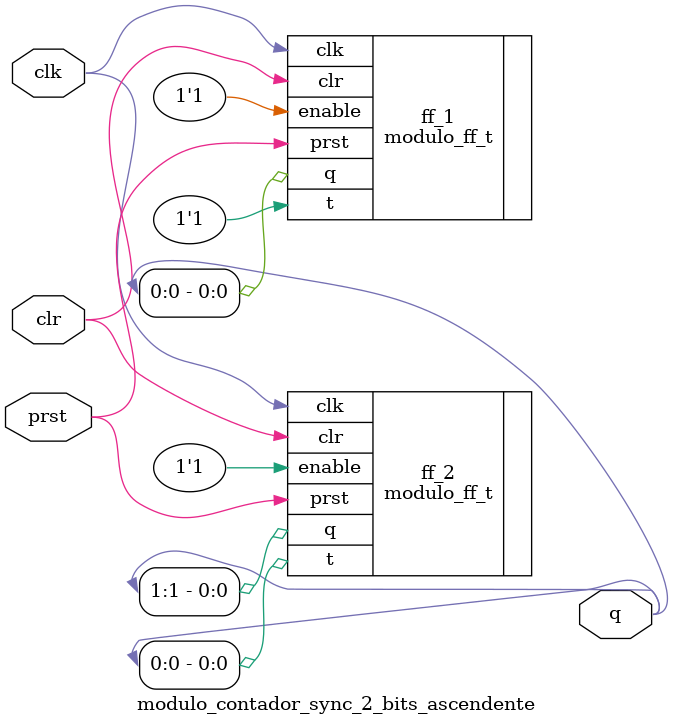
<source format=v>
module modulo_contador_sync_2_bits_ascendente(clr, clk, q, prst);

  input clk, clr, prst;
  output [1:0] q;

  modulo_ff_t ff_1(.t(1'b1), .clk(clk), .clr(clr), .prst(prst), .q(q[0]),.enable(1'b1));
  modulo_ff_t ff_2(.t(q[0]), .clk(clk), .clr(clr), .prst(prst), .q(q[1]),.enable(1'b1));

endmodule

</source>
